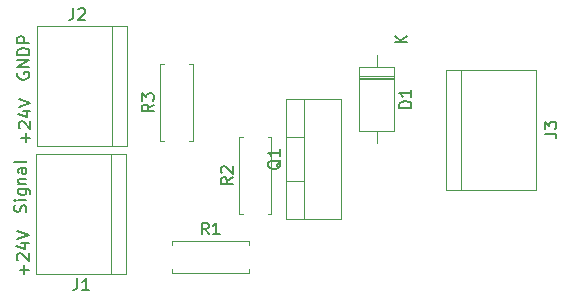
<source format=gbr>
%TF.GenerationSoftware,KiCad,Pcbnew,5.1.12-84ad8e8a86~92~ubuntu20.04.1*%
%TF.CreationDate,2022-05-26T23:51:37-05:00*%
%TF.ProjectId,electrovalves_module,656c6563-7472-46f7-9661-6c7665735f6d,rev?*%
%TF.SameCoordinates,Original*%
%TF.FileFunction,Legend,Top*%
%TF.FilePolarity,Positive*%
%FSLAX46Y46*%
G04 Gerber Fmt 4.6, Leading zero omitted, Abs format (unit mm)*
G04 Created by KiCad (PCBNEW 5.1.12-84ad8e8a86~92~ubuntu20.04.1) date 2022-05-26 23:51:37*
%MOMM*%
%LPD*%
G01*
G04 APERTURE LIST*
%ADD10C,0.150000*%
%ADD11C,0.120000*%
G04 APERTURE END LIST*
D10*
X104138361Y-93405057D02*
X104185980Y-93262200D01*
X104185980Y-93024104D01*
X104138361Y-92928866D01*
X104090742Y-92881247D01*
X103995504Y-92833628D01*
X103900266Y-92833628D01*
X103805028Y-92881247D01*
X103757409Y-92928866D01*
X103709790Y-93024104D01*
X103662171Y-93214580D01*
X103614552Y-93309819D01*
X103566933Y-93357438D01*
X103471695Y-93405057D01*
X103376457Y-93405057D01*
X103281219Y-93357438D01*
X103233600Y-93309819D01*
X103185980Y-93214580D01*
X103185980Y-92976485D01*
X103233600Y-92833628D01*
X104185980Y-92405057D02*
X103519314Y-92405057D01*
X103185980Y-92405057D02*
X103233600Y-92452676D01*
X103281219Y-92405057D01*
X103233600Y-92357438D01*
X103185980Y-92405057D01*
X103281219Y-92405057D01*
X103519314Y-91500295D02*
X104328838Y-91500295D01*
X104424076Y-91547914D01*
X104471695Y-91595533D01*
X104519314Y-91690771D01*
X104519314Y-91833628D01*
X104471695Y-91928866D01*
X104138361Y-91500295D02*
X104185980Y-91595533D01*
X104185980Y-91786009D01*
X104138361Y-91881247D01*
X104090742Y-91928866D01*
X103995504Y-91976485D01*
X103709790Y-91976485D01*
X103614552Y-91928866D01*
X103566933Y-91881247D01*
X103519314Y-91786009D01*
X103519314Y-91595533D01*
X103566933Y-91500295D01*
X103519314Y-91024104D02*
X104185980Y-91024104D01*
X103614552Y-91024104D02*
X103566933Y-90976485D01*
X103519314Y-90881247D01*
X103519314Y-90738390D01*
X103566933Y-90643152D01*
X103662171Y-90595533D01*
X104185980Y-90595533D01*
X104185980Y-89690771D02*
X103662171Y-89690771D01*
X103566933Y-89738390D01*
X103519314Y-89833628D01*
X103519314Y-90024104D01*
X103566933Y-90119342D01*
X104138361Y-89690771D02*
X104185980Y-89786009D01*
X104185980Y-90024104D01*
X104138361Y-90119342D01*
X104043123Y-90166961D01*
X103947885Y-90166961D01*
X103852647Y-90119342D01*
X103805028Y-90024104D01*
X103805028Y-89786009D01*
X103757409Y-89690771D01*
X104185980Y-89071723D02*
X104138361Y-89166961D01*
X104043123Y-89214580D01*
X103185980Y-89214580D01*
X104008228Y-98688304D02*
X104008228Y-97926400D01*
X104389180Y-98307352D02*
X103627276Y-98307352D01*
X103484419Y-97497828D02*
X103436800Y-97450209D01*
X103389180Y-97354971D01*
X103389180Y-97116876D01*
X103436800Y-97021638D01*
X103484419Y-96974019D01*
X103579657Y-96926400D01*
X103674895Y-96926400D01*
X103817752Y-96974019D01*
X104389180Y-97545447D01*
X104389180Y-96926400D01*
X103722514Y-96069257D02*
X104389180Y-96069257D01*
X103341561Y-96307352D02*
X104055847Y-96545447D01*
X104055847Y-95926400D01*
X103389180Y-95688304D02*
X104389180Y-95354971D01*
X103389180Y-95021638D01*
X103487600Y-81627504D02*
X103439980Y-81722742D01*
X103439980Y-81865600D01*
X103487600Y-82008457D01*
X103582838Y-82103695D01*
X103678076Y-82151314D01*
X103868552Y-82198933D01*
X104011409Y-82198933D01*
X104201885Y-82151314D01*
X104297123Y-82103695D01*
X104392361Y-82008457D01*
X104439980Y-81865600D01*
X104439980Y-81770361D01*
X104392361Y-81627504D01*
X104344742Y-81579885D01*
X104011409Y-81579885D01*
X104011409Y-81770361D01*
X104439980Y-81151314D02*
X103439980Y-81151314D01*
X104439980Y-80579885D01*
X103439980Y-80579885D01*
X104439980Y-80103695D02*
X103439980Y-80103695D01*
X103439980Y-79865600D01*
X103487600Y-79722742D01*
X103582838Y-79627504D01*
X103678076Y-79579885D01*
X103868552Y-79532266D01*
X104011409Y-79532266D01*
X104201885Y-79579885D01*
X104297123Y-79627504D01*
X104392361Y-79722742D01*
X104439980Y-79865600D01*
X104439980Y-80103695D01*
X104439980Y-79103695D02*
X103439980Y-79103695D01*
X103439980Y-78722742D01*
X103487600Y-78627504D01*
X103535219Y-78579885D01*
X103630457Y-78532266D01*
X103773314Y-78532266D01*
X103868552Y-78579885D01*
X103916171Y-78627504D01*
X103963790Y-78722742D01*
X103963790Y-79103695D01*
X104160628Y-87512304D02*
X104160628Y-86750400D01*
X104541580Y-87131352D02*
X103779676Y-87131352D01*
X103636819Y-86321828D02*
X103589200Y-86274209D01*
X103541580Y-86178971D01*
X103541580Y-85940876D01*
X103589200Y-85845638D01*
X103636819Y-85798019D01*
X103732057Y-85750400D01*
X103827295Y-85750400D01*
X103970152Y-85798019D01*
X104541580Y-86369447D01*
X104541580Y-85750400D01*
X103874914Y-84893257D02*
X104541580Y-84893257D01*
X103493961Y-85131352D02*
X104208247Y-85369447D01*
X104208247Y-84750400D01*
X103541580Y-84512304D02*
X104541580Y-84178971D01*
X103541580Y-83845638D01*
D11*
%TO.C,D1*%
X135328000Y-81930800D02*
X132388000Y-81930800D01*
X135328000Y-82170800D02*
X132388000Y-82170800D01*
X135328000Y-82050800D02*
X132388000Y-82050800D01*
X133858000Y-87610800D02*
X133858000Y-86590800D01*
X133858000Y-80130800D02*
X133858000Y-81150800D01*
X135328000Y-86590800D02*
X135328000Y-81150800D01*
X132388000Y-86590800D02*
X135328000Y-86590800D01*
X132388000Y-81150800D02*
X132388000Y-86590800D01*
X135328000Y-81150800D02*
X132388000Y-81150800D01*
%TO.C,Q1*%
X126193800Y-87074400D02*
X127703800Y-87074400D01*
X126193800Y-90775400D02*
X127703800Y-90775400D01*
X127703800Y-94045400D02*
X127703800Y-83805400D01*
X126193800Y-83805400D02*
X130834800Y-83805400D01*
X126193800Y-94045400D02*
X130834800Y-94045400D01*
X130834800Y-94045400D02*
X130834800Y-83805400D01*
X126193800Y-94045400D02*
X126193800Y-83805400D01*
%TO.C,R1*%
X123056400Y-98601200D02*
X123056400Y-98271200D01*
X116516400Y-98601200D02*
X123056400Y-98601200D01*
X116516400Y-98271200D02*
X116516400Y-98601200D01*
X123056400Y-95861200D02*
X123056400Y-96191200D01*
X116516400Y-95861200D02*
X123056400Y-95861200D01*
X116516400Y-96191200D02*
X116516400Y-95861200D01*
%TO.C,R2*%
X122531000Y-93592400D02*
X122201000Y-93592400D01*
X122201000Y-93592400D02*
X122201000Y-87052400D01*
X122201000Y-87052400D02*
X122531000Y-87052400D01*
X124611000Y-93592400D02*
X124941000Y-93592400D01*
X124941000Y-93592400D02*
X124941000Y-87052400D01*
X124941000Y-87052400D02*
X124611000Y-87052400D01*
%TO.C,R3*%
X118260800Y-80880200D02*
X117930800Y-80880200D01*
X118260800Y-87420200D02*
X118260800Y-80880200D01*
X117930800Y-87420200D02*
X118260800Y-87420200D01*
X115520800Y-80880200D02*
X115850800Y-80880200D01*
X115520800Y-87420200D02*
X115520800Y-80880200D01*
X115850800Y-87420200D02*
X115520800Y-87420200D01*
%TO.C,J1*%
X112623600Y-98679000D02*
X112623600Y-88519000D01*
X105003600Y-98679000D02*
X112623600Y-98679000D01*
X105003600Y-88519000D02*
X105003600Y-98679000D01*
X112623600Y-88519000D02*
X105003600Y-88519000D01*
X111353600Y-88519000D02*
X111353600Y-98679000D01*
%TO.C,J2*%
X111429800Y-77673200D02*
X111429800Y-87833200D01*
X112699800Y-77673200D02*
X105079800Y-77673200D01*
X105079800Y-77673200D02*
X105079800Y-87833200D01*
X105079800Y-87833200D02*
X112699800Y-87833200D01*
X112699800Y-87833200D02*
X112699800Y-77673200D01*
%TO.C,J3*%
X139725400Y-81356200D02*
X139725400Y-91516200D01*
X147345400Y-81356200D02*
X139725400Y-81356200D01*
X147345400Y-91516200D02*
X147345400Y-81356200D01*
X139725400Y-91516200D02*
X147345400Y-91516200D01*
X140995400Y-91516200D02*
X140995400Y-81356200D01*
%TO.C,D1*%
D10*
X136780380Y-84608895D02*
X135780380Y-84608895D01*
X135780380Y-84370800D01*
X135828000Y-84227942D01*
X135923238Y-84132704D01*
X136018476Y-84085085D01*
X136208952Y-84037466D01*
X136351809Y-84037466D01*
X136542285Y-84085085D01*
X136637523Y-84132704D01*
X136732761Y-84227942D01*
X136780380Y-84370800D01*
X136780380Y-84608895D01*
X136780380Y-83085085D02*
X136780380Y-83656514D01*
X136780380Y-83370800D02*
X135780380Y-83370800D01*
X135923238Y-83466038D01*
X136018476Y-83561276D01*
X136066095Y-83656514D01*
X136410380Y-79052704D02*
X135410380Y-79052704D01*
X136410380Y-78481276D02*
X135838952Y-78909847D01*
X135410380Y-78481276D02*
X135981809Y-79052704D01*
%TO.C,Q1*%
X125741419Y-89020638D02*
X125693800Y-89115876D01*
X125598561Y-89211114D01*
X125455704Y-89353971D01*
X125408085Y-89449209D01*
X125408085Y-89544447D01*
X125646180Y-89496828D02*
X125598561Y-89592066D01*
X125503323Y-89687304D01*
X125312847Y-89734923D01*
X124979514Y-89734923D01*
X124789038Y-89687304D01*
X124693800Y-89592066D01*
X124646180Y-89496828D01*
X124646180Y-89306352D01*
X124693800Y-89211114D01*
X124789038Y-89115876D01*
X124979514Y-89068257D01*
X125312847Y-89068257D01*
X125503323Y-89115876D01*
X125598561Y-89211114D01*
X125646180Y-89306352D01*
X125646180Y-89496828D01*
X125646180Y-88115876D02*
X125646180Y-88687304D01*
X125646180Y-88401590D02*
X124646180Y-88401590D01*
X124789038Y-88496828D01*
X124884276Y-88592066D01*
X124931895Y-88687304D01*
%TO.C,R1*%
X119619733Y-95313580D02*
X119286400Y-94837390D01*
X119048304Y-95313580D02*
X119048304Y-94313580D01*
X119429257Y-94313580D01*
X119524495Y-94361200D01*
X119572114Y-94408819D01*
X119619733Y-94504057D01*
X119619733Y-94646914D01*
X119572114Y-94742152D01*
X119524495Y-94789771D01*
X119429257Y-94837390D01*
X119048304Y-94837390D01*
X120572114Y-95313580D02*
X120000685Y-95313580D01*
X120286400Y-95313580D02*
X120286400Y-94313580D01*
X120191161Y-94456438D01*
X120095923Y-94551676D01*
X120000685Y-94599295D01*
%TO.C,R2*%
X121653380Y-90489066D02*
X121177190Y-90822400D01*
X121653380Y-91060495D02*
X120653380Y-91060495D01*
X120653380Y-90679542D01*
X120701000Y-90584304D01*
X120748619Y-90536685D01*
X120843857Y-90489066D01*
X120986714Y-90489066D01*
X121081952Y-90536685D01*
X121129571Y-90584304D01*
X121177190Y-90679542D01*
X121177190Y-91060495D01*
X120748619Y-90108114D02*
X120701000Y-90060495D01*
X120653380Y-89965257D01*
X120653380Y-89727161D01*
X120701000Y-89631923D01*
X120748619Y-89584304D01*
X120843857Y-89536685D01*
X120939095Y-89536685D01*
X121081952Y-89584304D01*
X121653380Y-90155733D01*
X121653380Y-89536685D01*
%TO.C,R3*%
X114973180Y-84316866D02*
X114496990Y-84650200D01*
X114973180Y-84888295D02*
X113973180Y-84888295D01*
X113973180Y-84507342D01*
X114020800Y-84412104D01*
X114068419Y-84364485D01*
X114163657Y-84316866D01*
X114306514Y-84316866D01*
X114401752Y-84364485D01*
X114449371Y-84412104D01*
X114496990Y-84507342D01*
X114496990Y-84888295D01*
X113973180Y-83983533D02*
X113973180Y-83364485D01*
X114354133Y-83697819D01*
X114354133Y-83554961D01*
X114401752Y-83459723D01*
X114449371Y-83412104D01*
X114544609Y-83364485D01*
X114782704Y-83364485D01*
X114877942Y-83412104D01*
X114925561Y-83459723D01*
X114973180Y-83554961D01*
X114973180Y-83840676D01*
X114925561Y-83935914D01*
X114877942Y-83983533D01*
%TO.C,J1*%
X108505666Y-99020380D02*
X108505666Y-99734666D01*
X108458047Y-99877523D01*
X108362809Y-99972761D01*
X108219952Y-100020380D01*
X108124714Y-100020380D01*
X109505666Y-100020380D02*
X108934238Y-100020380D01*
X109219952Y-100020380D02*
X109219952Y-99020380D01*
X109124714Y-99163238D01*
X109029476Y-99258476D01*
X108934238Y-99306095D01*
%TO.C,J2*%
X108175466Y-76160380D02*
X108175466Y-76874666D01*
X108127847Y-77017523D01*
X108032609Y-77112761D01*
X107889752Y-77160380D01*
X107794514Y-77160380D01*
X108604038Y-76255619D02*
X108651657Y-76208000D01*
X108746895Y-76160380D01*
X108984990Y-76160380D01*
X109080228Y-76208000D01*
X109127847Y-76255619D01*
X109175466Y-76350857D01*
X109175466Y-76446095D01*
X109127847Y-76588952D01*
X108556419Y-77160380D01*
X109175466Y-77160380D01*
%TO.C,J3*%
X148067780Y-86769533D02*
X148782066Y-86769533D01*
X148924923Y-86817152D01*
X149020161Y-86912390D01*
X149067780Y-87055247D01*
X149067780Y-87150485D01*
X148067780Y-86388580D02*
X148067780Y-85769533D01*
X148448733Y-86102866D01*
X148448733Y-85960009D01*
X148496352Y-85864771D01*
X148543971Y-85817152D01*
X148639209Y-85769533D01*
X148877304Y-85769533D01*
X148972542Y-85817152D01*
X149020161Y-85864771D01*
X149067780Y-85960009D01*
X149067780Y-86245723D01*
X149020161Y-86340961D01*
X148972542Y-86388580D01*
%TD*%
M02*

</source>
